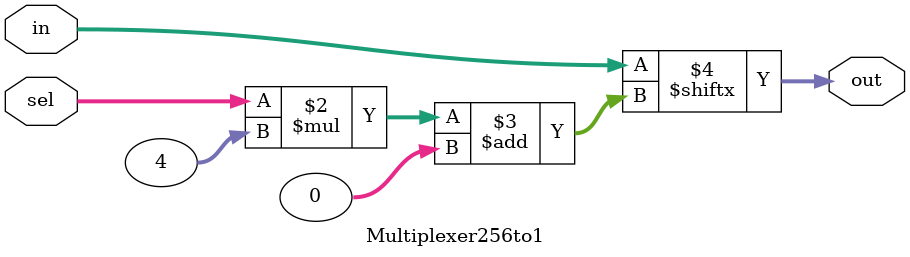
<source format=sv>
module Multiplexer256to1 (
    input  logic [1023:0] in,
    input  logic [7:0] sel,
    output logic [3:0] out
);

    always @(*) begin
        out = in[sel * 4 +: 4];
    end

endmodule

// VERILOG-EVAL: response did not use [BEGIN]/[DONE] correctly
</source>
